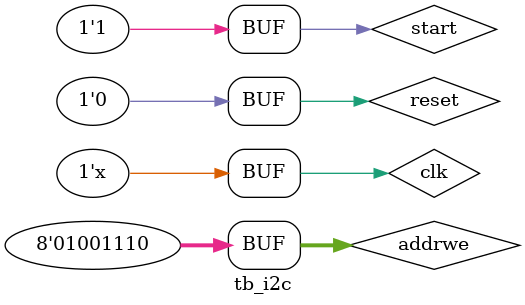
<source format=sv>
`timescale 1ns / 1ps


module tb_i2c ();
    logic       clk;
    logic       reset;
    logic [7:0] addrwe;
    logic       start;
    wire        SDA;
    wire        SCL;


    I2C dut (
        .clk       (clk),
        .reset     (reset),
        .addrwe    (addrwe),
        .start     (start),
        .SDA       (SDA),
        .SCL       (SCL)
    );


    always #5 clk = ~clk;

    initial begin
        clk = 0;
        reset = 1;
        start = 0;
        addrwe = 8'b01001110;
        #5;
        reset = 0;
        #5; start = 1;
    end
endmodule

</source>
